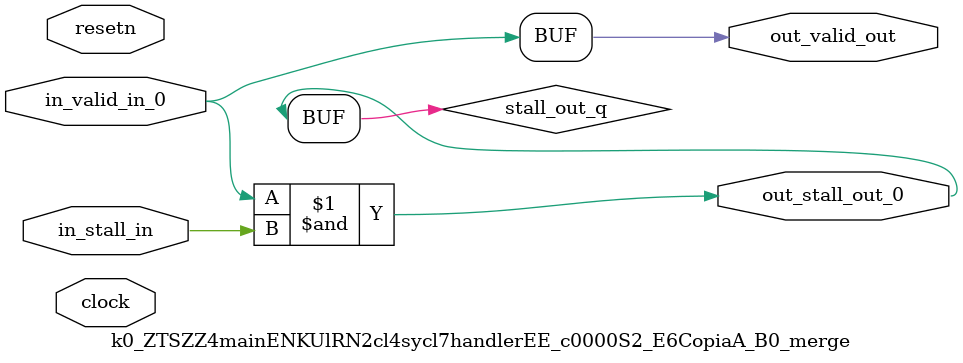
<source format=sv>



(* altera_attribute = "-name AUTO_SHIFT_REGISTER_RECOGNITION OFF; -name MESSAGE_DISABLE 10036; -name MESSAGE_DISABLE 10037; -name MESSAGE_DISABLE 14130; -name MESSAGE_DISABLE 14320; -name MESSAGE_DISABLE 15400; -name MESSAGE_DISABLE 14130; -name MESSAGE_DISABLE 10036; -name MESSAGE_DISABLE 12020; -name MESSAGE_DISABLE 12030; -name MESSAGE_DISABLE 12010; -name MESSAGE_DISABLE 12110; -name MESSAGE_DISABLE 14320; -name MESSAGE_DISABLE 13410; -name MESSAGE_DISABLE 113007; -name MESSAGE_DISABLE 10958" *)
module k0_ZTSZZ4mainENKUlRN2cl4sycl7handlerEE_c0000S2_E6CopiaA_B0_merge (
    input wire [0:0] in_stall_in,
    input wire [0:0] in_valid_in_0,
    output wire [0:0] out_stall_out_0,
    output wire [0:0] out_valid_out,
    input wire clock,
    input wire resetn
    );

    wire [0:0] stall_out_q;


    // stall_out(LOGICAL,6)
    assign stall_out_q = in_valid_in_0 & in_stall_in;

    // out_stall_out_0(GPOUT,4)
    assign out_stall_out_0 = stall_out_q;

    // out_valid_out(GPOUT,5)
    assign out_valid_out = in_valid_in_0;

endmodule

</source>
